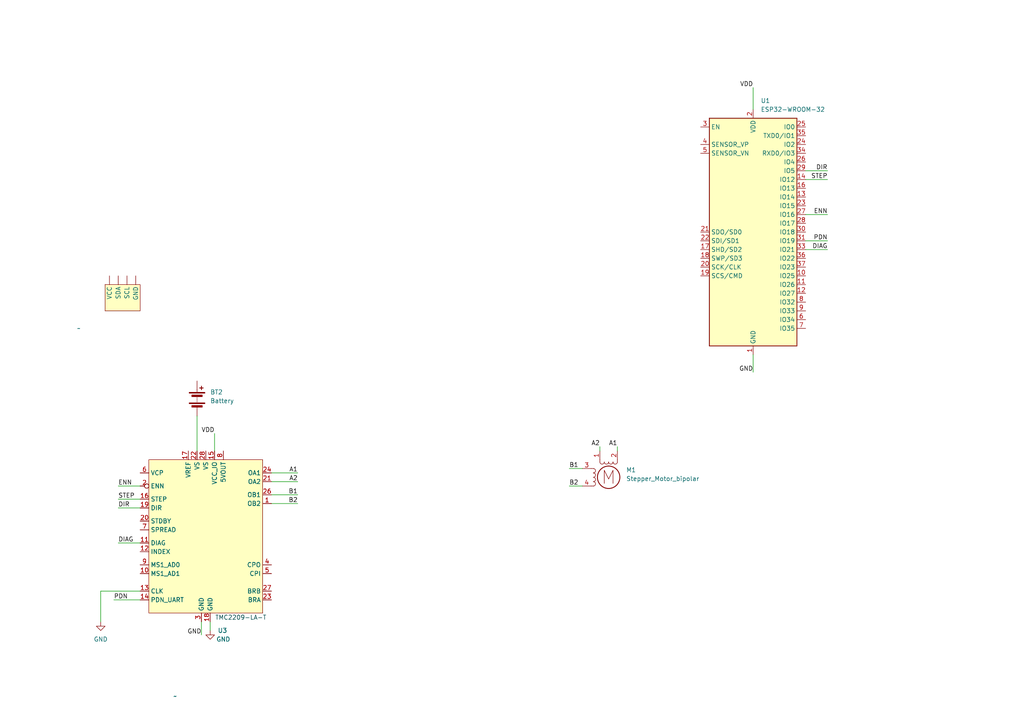
<source format=kicad_sch>
(kicad_sch (version 20230121) (generator eeschema)
  (paper "A4")
  (lib_symbols
    (symbol "Device:Battery" (pin_numbers hide) (pin_names (offset 0) hide)
      (property "Reference" "BT" (at 2.54 2.54 0))
      (property "Value" "Battery" (at 2.54 0 0))
      (symbol "Battery_0_1"
        (rectangle (start -2.286 -1.27) (end 2.286 -1.524) (fill (type outline)))
        (rectangle (start -2.286 1.778) (end 2.286 1.524) (fill (type outline)))
        (rectangle (start -1.524 -2.032) (end 1.524 -2.54) (fill (type outline)))
        (rectangle (start -1.524 1.016) (end 1.524 0.508) (fill (type outline)))
        (polyline (pts (xy 0 -1.016) (xy 0 -0.762)))
        (polyline (pts (xy 0 -0.508) (xy 0 -0.254)))
        (polyline (pts (xy 0 0) (xy 0 0.254)))
        (polyline (pts (xy 0 1.778) (xy 0 2.54)))
        (polyline (pts (xy 0.762 3.048) (xy 1.778 3.048)) (stroke (width 0.254)))
        (polyline (pts (xy 1.27 3.556) (xy 1.27 2.54)) (stroke (width 0.254)))
      )
      (symbol "Battery_1_1"
        (pin passive line (at 0 5.08 270) (length 2.54) (name "+") (number "1"))
        (pin passive line (at 0 -5.08 90) (length 2.54) (name "-") (number "2"))
      )
    )
    (symbol "Motor:Stepper_Motor_bipolar" (pin_names (offset 0) hide)
      (property "Reference" "M" (at 3.81 2.54 0))
      (property "Value" "Stepper_Motor_bipolar" (at 3.81 1.27 0))
      (symbol "Stepper_Motor_bipolar_0_0"
        (polyline (pts (xy -1.27 -1.778) (xy -1.27 2.032) (xy 0 -0.508) (xy 1.27 2.032) (xy 1.27 -1.778)))
      )
      (symbol "Stepper_Motor_bipolar_0_1"
        (arc (start -4.445 -2.54) (mid -3.8127 -1.905) (end -4.445 -1.27))
        (arc (start -4.445 -1.27) (mid -3.8127 -0.635) (end -4.445 0))
        (arc (start -4.445 0) (mid -3.8127 0.635) (end -4.445 1.27))
        (arc (start -4.445 1.27) (mid -3.8127 1.905) (end -4.445 2.54))
        (arc (start -2.54 4.445) (mid -1.905 3.8127) (end -1.27 4.445))
        (arc (start -1.27 4.445) (mid -0.635 3.8127) (end 0 4.445))
        (polyline (pts (xy -5.08 -2.54) (xy -4.445 -2.54)))
        (polyline (pts (xy -5.08 2.54) (xy -4.445 2.54)))
        (polyline (pts (xy -2.54 5.08) (xy -2.54 4.445)))
        (polyline (pts (xy 2.54 5.08) (xy 2.54 4.445)))
        (circle (center 0 0) (radius 3.2512) (stroke (width 0.254)))
        (arc (start 0 4.445) (mid 0.635 3.8127) (end 1.27 4.445))
        (arc (start 1.27 4.445) (mid 1.905 3.8127) (end 2.54 4.445))
      )
      (symbol "Stepper_Motor_bipolar_1_1"
        (pin passive line (at -2.54 7.62 270) (length 2.54) (name "~") (number "1"))
        (pin passive line (at 2.54 7.62 270) (length 2.54) (name "-") (number "2"))
        (pin passive line (at -7.62 2.54 0) (length 2.54) (name "~") (number "3"))
        (pin passive line (at -7.62 -2.54 0) (length 2.54) (name "~") (number "4"))
      )
    )
    (symbol "OLED:SSD1306"
      (property "Reference" "SSD1306" (at -6.35 -1.27 0))
      (symbol "SSD1306_0_1"
        (rectangle (start -8.89 7.62) (end -8.89 7.62))
      )
      (symbol "SSD1306_1_1"
        (rectangle (start -8.89 7.62) (end 1.27 0) (fill (type background)))
        (pin power_in line (at 0 10.16 270) (length 2.54) (name "GND") (number ""))
        (pin input line (at -2.54 10.16 270) (length 2.54) (name "SCL") (number ""))
        (pin input line (at -5.08 10.16 270) (length 2.54) (name "SDA") (number ""))
        (pin power_in line (at -7.62 10.16 270) (length 2.54) (name "VCC") (number ""))
      )
    )
    (symbol "RF_Module:ESP32-WROOM-32"
      (property "Reference" "U" (at -12.7 34.29 0))
      (property "Value" "ESP32-WROOM-32" (at 1.27 34.29 0))
      (symbol "ESP32-WROOM-32_0_1"
        (rectangle (start -12.7 33.02) (end 12.7 -33.02) (stroke (width 0.254)) (fill (type background)))
      )
      (symbol "ESP32-WROOM-32_1_1"
        (pin power_in line (at 0 -35.56 90) (length 2.54) (name "GND") (number "1"))
        (pin bidirectional line (at 15.24 -12.7 180) (length 2.54) (name "IO25") (number "10"))
        (pin bidirectional line (at 15.24 -15.24 180) (length 2.54) (name "IO26") (number "11"))
        (pin bidirectional line (at 15.24 -17.78 180) (length 2.54) (name "IO27") (number "12"))
        (pin bidirectional line (at 15.24 10.16 180) (length 2.54) (name "IO14") (number "13"))
        (pin bidirectional line (at 15.24 15.24 180) (length 2.54) (name "IO12") (number "14"))
        (pin passive line (at 0 -35.56 90) (length 2.54) hide (name "GND") (number "15"))
        (pin bidirectional line (at 15.24 12.7 180) (length 2.54) (name "IO13") (number "16"))
        (pin bidirectional line (at -15.24 -5.08 0) (length 2.54) (name "SHD/SD2") (number "17"))
        (pin bidirectional line (at -15.24 -7.62 0) (length 2.54) (name "SWP/SD3") (number "18"))
        (pin bidirectional line (at -15.24 -12.7 0) (length 2.54) (name "SCS/CMD") (number "19"))
        (pin power_in line (at 0 35.56 270) (length 2.54) (name "VDD") (number "2"))
        (pin bidirectional line (at -15.24 -10.16 0) (length 2.54) (name "SCK/CLK") (number "20"))
        (pin bidirectional line (at -15.24 0 0) (length 2.54) (name "SDO/SD0") (number "21"))
        (pin bidirectional line (at -15.24 -2.54 0) (length 2.54) (name "SDI/SD1") (number "22"))
        (pin bidirectional line (at 15.24 7.62 180) (length 2.54) (name "IO15") (number "23"))
        (pin bidirectional line (at 15.24 25.4 180) (length 2.54) (name "IO2") (number "24"))
        (pin bidirectional line (at 15.24 30.48 180) (length 2.54) (name "IO0") (number "25"))
        (pin bidirectional line (at 15.24 20.32 180) (length 2.54) (name "IO4") (number "26"))
        (pin bidirectional line (at 15.24 5.08 180) (length 2.54) (name "IO16") (number "27"))
        (pin bidirectional line (at 15.24 2.54 180) (length 2.54) (name "IO17") (number "28"))
        (pin bidirectional line (at 15.24 17.78 180) (length 2.54) (name "IO5") (number "29"))
        (pin input line (at -15.24 30.48 0) (length 2.54) (name "EN") (number "3"))
        (pin bidirectional line (at 15.24 0 180) (length 2.54) (name "IO18") (number "30"))
        (pin bidirectional line (at 15.24 -2.54 180) (length 2.54) (name "IO19") (number "31"))
        (pin no_connect line (at -12.7 -27.94 0) (length 2.54) hide (name "NC") (number "32"))
        (pin bidirectional line (at 15.24 -5.08 180) (length 2.54) (name "IO21") (number "33"))
        (pin bidirectional line (at 15.24 22.86 180) (length 2.54) (name "RXD0/IO3") (number "34"))
        (pin bidirectional line (at 15.24 27.94 180) (length 2.54) (name "TXD0/IO1") (number "35"))
        (pin bidirectional line (at 15.24 -7.62 180) (length 2.54) (name "IO22") (number "36"))
        (pin bidirectional line (at 15.24 -10.16 180) (length 2.54) (name "IO23") (number "37"))
        (pin passive line (at 0 -35.56 90) (length 2.54) hide (name "GND") (number "38"))
        (pin passive line (at 0 -35.56 90) (length 2.54) hide (name "GND") (number "39"))
        (pin input line (at -15.24 25.4 0) (length 2.54) (name "SENSOR_VP") (number "4"))
        (pin input line (at -15.24 22.86 0) (length 2.54) (name "SENSOR_VN") (number "5"))
        (pin input line (at 15.24 -25.4 180) (length 2.54) (name "IO34") (number "6"))
        (pin input line (at 15.24 -27.94 180) (length 2.54) (name "IO35") (number "7"))
        (pin bidirectional line (at 15.24 -20.32 180) (length 2.54) (name "IO32") (number "8"))
        (pin bidirectional line (at 15.24 -22.86 180) (length 2.54) (name "IO33") (number "9"))
      )
    )
    (symbol "TMC2209-LA:TMC2209-LA-T"
      (property "Reference" "U" (at -15.24 -22.86 0))
      (symbol "TMC2209-LA-T_1_1"
        (rectangle (start -16.51 22.86) (end 16.51 -21.59) (fill (type background)))
        (text "TMC2209-LA-T\n" (at 10.16 -22.86 0) (effects (font (size 1.27 1.27))))
        (pin output line (at 19.05 10.16 180) (length 2.54) (name "OB2") (number "1"))
        (pin input line (at -19.05 -10.16 0) (length 2.54) (name "MS1_AD1") (number "10"))
        (pin output line (at -19.05 -1.27 0) (length 2.54) (name "DIAG") (number "11"))
        (pin output line (at -19.05 -3.81 0) (length 2.54) (name "INDEX") (number "12"))
        (pin input line (at -19.05 -15.24 0) (length 2.54) (name "CLK") (number "13"))
        (pin bidirectional line (at -19.05 -17.78 0) (length 2.54) (name "PDN_UART") (number "14"))
        (pin power_in line (at 2.54 25.4 270) (length 2.54) (name "VCC_IO") (number "15"))
        (pin input line (at -19.05 11.43 0) (length 2.54) (name "STEP") (number "16"))
        (pin input line (at -5.08 25.4 270) (length 2.54) (name "VREF") (number "17"))
        (pin power_in line (at 1.27 -24.13 90) (length 2.54) (name "GND") (number "18"))
        (pin input line (at -19.05 8.89 0) (length 2.54) (name "DIR") (number "19"))
        (pin input inverted (at -19.05 15.24 0) (length 2.54) (name "ENN") (number "2"))
        (pin input line (at -19.05 5.08 0) (length 2.54) (name "STDBY") (number "20"))
        (pin output line (at 19.05 16.51 180) (length 2.54) (name "OA2") (number "21"))
        (pin power_in line (at -2.54 25.4 270) (length 2.54) (name "VS") (number "22"))
        (pin input line (at 19.05 -17.78 180) (length 2.54) (name "BRA") (number "23"))
        (pin output line (at 19.05 19.05 180) (length 2.54) (name "OA1") (number "24"))
        (pin output line (at 19.05 12.7 180) (length 2.54) (name "OB1") (number "26"))
        (pin input line (at 19.05 -15.24 180) (length 2.54) (name "BRB") (number "27"))
        (pin power_in line (at 0 25.4 270) (length 2.54) (name "VS") (number "28"))
        (pin power_in line (at -1.27 -24.13 90) (length 2.54) (name "GND") (number "3"))
        (pin output line (at 19.05 -7.62 180) (length 2.54) (name "CPO") (number "4"))
        (pin input line (at 19.05 -10.16 180) (length 2.54) (name "CPI") (number "5"))
        (pin power_in line (at -19.05 19.05 0) (length 2.54) (name "VCP") (number "6"))
        (pin input line (at -19.05 2.54 0) (length 2.54) (name "SPREAD") (number "7"))
        (pin power_out line (at 5.08 25.4 270) (length 2.54) (name "5VOUT") (number "8"))
        (pin input line (at -19.05 -7.62 0) (length 2.54) (name "MS1_AD0") (number "9"))
      )
    )
    (symbol "power:GND" (power) (pin_names (offset 0))
      (property "Value" "GND" (at 0 -3.81 0))
      (symbol "GND_0_1"
        (polyline (pts (xy 0 0) (xy 0 -1.27) (xy 1.27 -1.27) (xy 0 -2.54) (xy -1.27 -1.27) (xy 0 -1.27)))
      )
      (symbol "GND_1_1"
        (pin power_in line (at 0 0 270) (length 0) hide (name "GND") (number "1"))
      )
    )
  )
  (wire (pts (xy 62.23 125.73) (xy 62.23 130.81)))
  (wire (pts (xy 78.74 137.16) (xy 86.36 137.16)))
  (wire (pts (xy 29.21 171.45) (xy 29.21 180.34)))
  (wire (pts (xy 34.29 144.78) (xy 40.64 144.78)))
  (wire (pts (xy 78.74 146.05) (xy 86.36 146.05)))
  (wire (pts (xy 60.96 180.34) (xy 60.96 182.88)))
  (wire (pts (xy 78.74 139.7) (xy 86.36 139.7)))
  (wire (pts (xy 33.02 173.99) (xy 40.64 173.99)))
  (wire (pts (xy 165.1 140.97) (xy 168.91 140.97)))
  (wire (pts (xy 34.29 140.97) (xy 40.64 140.97)))
  (wire (pts (xy 233.68 62.23) (xy 240.03 62.23)))
  (wire (pts (xy 218.44 102.87) (xy 218.44 107.95)))
  (wire (pts (xy 58.42 180.34) (xy 58.42 184.15)))
  (wire (pts (xy 218.44 25.4) (xy 218.44 31.75)))
  (wire (pts (xy 40.64 171.45) (xy 29.21 171.45)))
  (wire (pts (xy 165.1 135.89) (xy 168.91 135.89)))
  (wire (pts (xy 78.74 143.51) (xy 86.36 143.51)))
  (wire (pts (xy 233.68 72.39) (xy 240.03 72.39)))
  (wire (pts (xy 57.15 120.65) (xy 57.15 130.81)))
  (wire (pts (xy 233.68 52.07) (xy 240.03 52.07)))
  (wire (pts (xy 179.07 129.54) (xy 179.07 130.81)))
  (wire (pts (xy 173.99 129.54) (xy 173.99 130.81)))
  (wire (pts (xy 240.03 69.85) (xy 233.68 69.85)))
  (wire (pts (xy 34.29 147.32) (xy 40.64 147.32)))
  (wire (pts (xy 34.29 157.48) (xy 40.64 157.48)))
  (wire (pts (xy 233.68 49.53) (xy 240.03 49.53)))
  (label "ENN" (at 34.29 140.97 0))
  (label "VDD" (at 218.44 25.4 180))
  (label "DIAG" (at 34.29 157.48 0))
  (label "PDN" (at 33.02 173.99 0))
  (label "B1" (at 165.1 135.89 0))
  (label "GND" (at 218.44 107.95 180))
  (label "A1" (at 86.36 137.16 180))
  (label "VDD" (at 62.23 125.73 180))
  (label "STEP" (at 34.29 144.78 0))
  (label "DIAG" (at 240.03 72.39 180))
  (label "ENN" (at 240.03 62.23 180))
  (label "A1" (at 179.07 129.54 180))
  (label "B1" (at 86.36 143.51 180))
  (label "STEP" (at 240.03 52.07 180))
  (label "A2" (at 86.36 139.7 180))
  (label "GND" (at 58.42 184.15 180))
  (label "DIR" (at 34.29 147.32 0))
  (label "DIR" (at 240.03 49.53 180))
  (label "PDN" (at 240.03 69.85 180))
  (label "B2" (at 86.36 146.05 180))
  (label "A2" (at 173.99 129.54 180))
  (label "B2" (at 165.1 140.97 0))
  (symbol (lib_id "RF_Module:ESP32-WROOM-32") (at 218.44 67.31 0) (unit 1)
    (property "Reference" "U1" (at 220.6341 29.21 0) (effects (justify left)))
    (property "Value" "ESP32-WROOM-32" (at 220.6341 31.75 0) (effects (justify left)))
    (property "Footprint" "RF_Module:ESP32-WROOM-32" (effects hide))
    (property "Datasheet" "https://www.espressif.com/sites/default/files/documentation/esp32-wroom-32_datasheet_en.pdf" (effects hide))
  )
  (symbol (lib_id "Motor:Stepper_Motor_bipolar") (at 176.53 138.43 0) (unit 1)
    (property "Reference" "M1" (at 181.61 136.3091 0) (effects (justify left)))
    (property "Value" "Stepper_Motor_bipolar" (at 181.61 138.8491 0) (effects (justify left)))
    (property "Datasheet" "http://www.infineon.com/dgdl/Application-Note-TLE8110EE_driving_UniPolarStepperMotor_V1.1.pdf?fileId=db3a30431be39b97011be5d0aa0a00b0" (effects hide))
  )
  (symbol (lib_id "power:GND") (at 29.21 180.34 0) (unit 1)
    (property "Reference" "#PWR03" (effects hide))
    (property "Value" "GND" (at 29.21 185.42 0))
  )
  (symbol (lib_id "TMC2209-LA:TMC2209-LA-T") (at 59.69 156.21 0) (unit 1)
    (property "Reference" "U3" (at 63.1541 182.88 0) (effects (justify left)))
    (property "Value" "~" (at 50.8 201.93 0))
    (property "Footprint" "Package_DFN_QFN:QFN-28-1EP_5x5mm_P0.5mm_EP3.75x3.75mm" (effects hide))
    (property "Datasheet" "https://www.digikey.com/en/products/detail/analog-devices-inc-maxim-integrated/TMC2209-LA-T/10232491" (effects hide))
  )
  (symbol (lib_id "power:GND") (at 60.96 182.88 0) (unit 1)
    (property "Reference" "#PWR04" (effects hide))
    (property "Value" "GND" (at 64.77 185.42 0))
  )
  (symbol (lib_id "Device:Battery") (at 57.15 115.57 0) (unit 1)
    (property "Reference" "BT2" (at 60.96 113.7285 0) (effects (justify left)))
    (property "Value" "Battery" (at 60.96 116.2685 0) (effects (justify left)))
  )
  (symbol (lib_id "OLED:SSD1306") (at 39.37 90.17 0) (unit 1)
    (property "Reference" "SSD1" (effects hide))
    (property "Value" "~" (at 22.86 95.25 0))
  )
)
</source>
